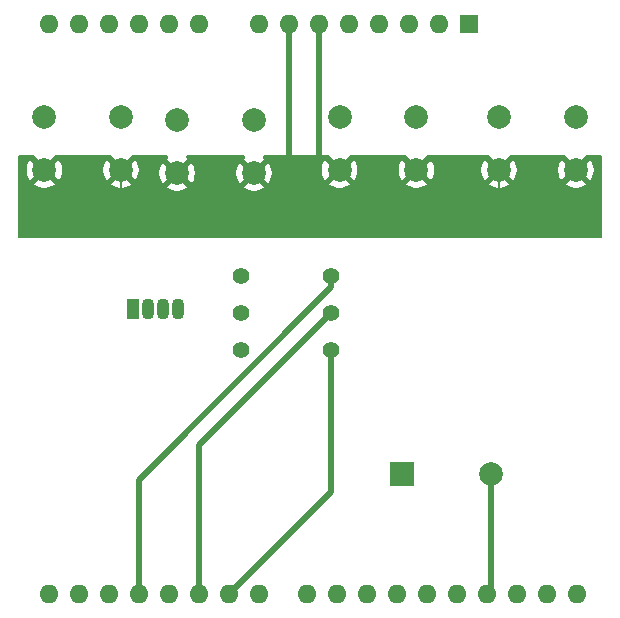
<source format=gbr>
%TF.GenerationSoftware,KiCad,Pcbnew,9.0.2*%
%TF.CreationDate,2025-07-07T10:10:20-04:00*%
%TF.ProjectId,jukebox,6a756b65-626f-4782-9e6b-696361645f70,rev?*%
%TF.SameCoordinates,Original*%
%TF.FileFunction,Copper,L2,Bot*%
%TF.FilePolarity,Positive*%
%FSLAX46Y46*%
G04 Gerber Fmt 4.6, Leading zero omitted, Abs format (unit mm)*
G04 Created by KiCad (PCBNEW 9.0.2) date 2025-07-07 10:10:20*
%MOMM*%
%LPD*%
G01*
G04 APERTURE LIST*
%TA.AperFunction,ComponentPad*%
%ADD10O,1.600000X1.600000*%
%TD*%
%TA.AperFunction,ComponentPad*%
%ADD11R,1.600000X1.600000*%
%TD*%
%TA.AperFunction,ComponentPad*%
%ADD12C,2.000000*%
%TD*%
%TA.AperFunction,ComponentPad*%
%ADD13C,1.400000*%
%TD*%
%TA.AperFunction,ComponentPad*%
%ADD14R,2.000000X2.000000*%
%TD*%
%TA.AperFunction,ComponentPad*%
%ADD15R,1.070000X1.800000*%
%TD*%
%TA.AperFunction,ComponentPad*%
%ADD16O,1.070000X1.800000*%
%TD*%
%TA.AperFunction,Conductor*%
%ADD17C,0.500000*%
%TD*%
%TA.AperFunction,Conductor*%
%ADD18C,0.200000*%
%TD*%
G04 APERTURE END LIST*
D10*
%TO.P,A1,32,SCL/A5*%
%TO.N,unconnected-(A1-SCL{slash}A5-Pad32)*%
X148315000Y-89130000D03*
%TO.P,A1,31,SDA/A4*%
%TO.N,unconnected-(A1-SDA{slash}A4-Pad31)*%
X145775000Y-89130000D03*
%TO.P,A1,30,AREF*%
%TO.N,unconnected-(A1-AREF-Pad30)*%
X143235000Y-89130000D03*
%TO.P,A1,29,GND*%
%TO.N,/GND*%
X140695000Y-89130000D03*
%TO.P,A1,28,D13*%
%TO.N,/D13*%
X138155000Y-89130000D03*
%TO.P,A1,27,D12*%
%TO.N,unconnected-(A1-D12-Pad27)*%
X135615000Y-89130000D03*
%TO.P,A1,26,D11*%
%TO.N,/D11*%
X133075000Y-89130000D03*
%TO.P,A1,25,D10*%
%TO.N,/D10*%
X130535000Y-89130000D03*
%TO.P,A1,24,D9*%
%TO.N,unconnected-(A1-D9-Pad24)*%
X127995000Y-89130000D03*
%TO.P,A1,23,D8*%
%TO.N,unconnected-(A1-D8-Pad23)*%
X125455000Y-89130000D03*
%TO.P,A1,22,D7*%
%TO.N,Net-(A1-A1)*%
X121395000Y-89130000D03*
%TO.P,A1,21,D6*%
%TO.N,/D6*%
X118855000Y-89130000D03*
%TO.P,A1,20,D5*%
%TO.N,/D5*%
X116315000Y-89130000D03*
%TO.P,A1,19,D4*%
%TO.N,unconnected-(A1-D4-Pad19)*%
X113775000Y-89130000D03*
%TO.P,A1,18,D3*%
%TO.N,/D3*%
X111235000Y-89130000D03*
%TO.P,A1,17,D2*%
%TO.N,/D2*%
X108695000Y-89130000D03*
%TO.P,A1,16,D1/TX*%
%TO.N,unconnected-(A1-D1{slash}TX-Pad16)*%
X106155000Y-89130000D03*
%TO.P,A1,15,D0/RX*%
%TO.N,unconnected-(A1-D0{slash}RX-Pad15)*%
X103615000Y-89130000D03*
%TO.P,A1,14,SCL/A5*%
%TO.N,unconnected-(A1-SCL{slash}A5-Pad14)*%
X103615000Y-40870000D03*
%TO.P,A1,13,SDA/A4*%
%TO.N,unconnected-(A1-SDA{slash}A4-Pad13)*%
X106155000Y-40870000D03*
%TO.P,A1,12,A3*%
%TO.N,unconnected-(A1-A3-Pad12)*%
X108695000Y-40870000D03*
%TO.P,A1,11,A2*%
%TO.N,unconnected-(A1-A2-Pad11)*%
X111235000Y-40870000D03*
%TO.P,A1,10,A1*%
%TO.N,Net-(A1-A1)*%
X113775000Y-40870000D03*
%TO.P,A1,9,A0*%
%TO.N,unconnected-(A1-A0-Pad9)*%
X116315000Y-40870000D03*
%TO.P,A1,8,VIN*%
%TO.N,unconnected-(A1-VIN-Pad8)*%
X121395000Y-40870000D03*
%TO.P,A1,7,GND*%
%TO.N,/GND*%
X123935000Y-40870000D03*
%TO.P,A1,6,GND*%
X126475000Y-40870000D03*
%TO.P,A1,5,+5V*%
%TO.N,/VDD*%
X129015000Y-40870000D03*
%TO.P,A1,4,3V3*%
%TO.N,unconnected-(A1-3V3-Pad4)*%
X131555000Y-40870000D03*
%TO.P,A1,3,~{RESET}*%
%TO.N,unconnected-(A1-~{RESET}-Pad3)*%
X134095000Y-40870000D03*
%TO.P,A1,2,IOREF*%
%TO.N,unconnected-(A1-IOREF-Pad2)*%
X136635000Y-40870000D03*
D11*
%TO.P,A1,1,NC*%
%TO.N,unconnected-(A1-NC-Pad1)*%
X139175000Y-40870000D03*
%TD*%
D12*
%TO.P,SW3,1,1*%
%TO.N,/D7*%
X114500000Y-49000000D03*
X121000000Y-49000000D03*
%TO.P,SW3,2,2*%
%TO.N,/GND*%
X114500000Y-53500000D03*
X121000000Y-53500000D03*
%TD*%
%TO.P,SW2,1,1*%
%TO.N,/D10*%
X128250000Y-48750000D03*
X134750000Y-48750000D03*
%TO.P,SW2,2,2*%
%TO.N,/GND*%
X128250000Y-53250000D03*
X134750000Y-53250000D03*
%TD*%
%TO.P,SW4,1,1*%
%TO.N,/D2*%
X103250000Y-48750000D03*
X109750000Y-48750000D03*
%TO.P,SW4,2,2*%
%TO.N,/GND*%
X103250000Y-53250000D03*
X109750000Y-53250000D03*
%TD*%
D13*
%TO.P,R4,1*%
%TO.N,/D6*%
X127500000Y-68500000D03*
%TO.P,R4,2*%
%TO.N,Net-(D1-RA)*%
X119880000Y-68500000D03*
%TD*%
%TO.P,R6,1*%
%TO.N,/D3*%
X127500000Y-62200000D03*
%TO.P,R6,2*%
%TO.N,Net-(D1-BA)*%
X119880000Y-62200000D03*
%TD*%
%TO.P,R5,1*%
%TO.N,/D5*%
X127500000Y-65350000D03*
%TO.P,R5,2*%
%TO.N,Net-(D1-GA)*%
X119880000Y-65350000D03*
%TD*%
D14*
%TO.P,BZ1,1,+*%
%TO.N,/D11*%
X133500000Y-79000000D03*
D12*
%TO.P,BZ1,2,-*%
%TO.N,/GND*%
X141100000Y-79000000D03*
%TD*%
%TO.P,SW1,1,1*%
%TO.N,/D13*%
X141750000Y-48750000D03*
X148250000Y-48750000D03*
%TO.P,SW1,2,2*%
%TO.N,/GND*%
X141750000Y-53250000D03*
X148250000Y-53250000D03*
%TD*%
D15*
%TO.P,D1,1,RA*%
%TO.N,Net-(D1-RA)*%
X110730000Y-65000000D03*
D16*
%TO.P,D1,2,K*%
%TO.N,/GND*%
X112000000Y-65000000D03*
%TO.P,D1,3,GA*%
%TO.N,Net-(D1-GA)*%
X113270000Y-65000000D03*
%TO.P,D1,4,BA*%
%TO.N,Net-(D1-BA)*%
X114540000Y-65000000D03*
%TD*%
D17*
%TO.N,/GND*%
X126500000Y-51500000D02*
X126500000Y-54500000D01*
X126475000Y-51475000D02*
X126500000Y-51500000D01*
X123935000Y-53935000D02*
X124000000Y-54000000D01*
X123935000Y-50000000D02*
X123935000Y-50565000D01*
X123935000Y-50000000D02*
X123935000Y-53935000D01*
X123935000Y-40870000D02*
X123935000Y-50000000D01*
X126475000Y-40870000D02*
X126475000Y-51475000D01*
X141100000Y-88725000D02*
X140695000Y-89130000D01*
X141100000Y-79000000D02*
X141100000Y-88725000D01*
D18*
X109750000Y-55250000D02*
X109500000Y-55500000D01*
X109750000Y-53250000D02*
X109750000Y-55250000D01*
X120000000Y-54500000D02*
X120000000Y-55500000D01*
X121000000Y-53500000D02*
X120000000Y-54500000D01*
X141750000Y-54750000D02*
X140695000Y-55805000D01*
X141750000Y-53250000D02*
X141750000Y-54750000D01*
X134750000Y-53250000D02*
X136500000Y-55000000D01*
D17*
%TO.N,/D3*%
X127500000Y-63189949D02*
X111235000Y-79454949D01*
X111235000Y-79454949D02*
X111235000Y-89130000D01*
X127500000Y-62200000D02*
X127500000Y-63189949D01*
%TO.N,/D5*%
X127500000Y-65350000D02*
X116315000Y-76535000D01*
X116315000Y-76535000D02*
X116315000Y-89130000D01*
%TO.N,/D6*%
X127500000Y-68500000D02*
X127500000Y-80485000D01*
X127500000Y-80485000D02*
X118855000Y-89130000D01*
%TD*%
%TA.AperFunction,Conductor*%
%TO.N,/GND*%
G36*
X102361874Y-52008320D02*
G01*
X103079766Y-52726212D01*
X103037708Y-52737482D01*
X102912292Y-52809890D01*
X102809890Y-52912292D01*
X102737482Y-53037708D01*
X102726212Y-53079766D01*
X102027340Y-52380894D01*
X101967084Y-52463830D01*
X101859897Y-52674197D01*
X101786934Y-52898752D01*
X101750000Y-53131947D01*
X101750000Y-53368052D01*
X101786934Y-53601247D01*
X101859897Y-53825802D01*
X101967087Y-54036174D01*
X102027338Y-54119104D01*
X102027340Y-54119105D01*
X102726212Y-53420233D01*
X102737482Y-53462292D01*
X102809890Y-53587708D01*
X102912292Y-53690110D01*
X103037708Y-53762518D01*
X103079765Y-53773787D01*
X102380893Y-54472658D01*
X102463828Y-54532914D01*
X102674197Y-54640102D01*
X102898752Y-54713065D01*
X102898751Y-54713065D01*
X103131948Y-54750000D01*
X103368052Y-54750000D01*
X103601247Y-54713065D01*
X103825802Y-54640102D01*
X104036163Y-54532918D01*
X104036169Y-54532914D01*
X104119104Y-54472658D01*
X104119105Y-54472658D01*
X103420233Y-53773787D01*
X103462292Y-53762518D01*
X103587708Y-53690110D01*
X103690110Y-53587708D01*
X103762518Y-53462292D01*
X103773787Y-53420234D01*
X104472658Y-54119105D01*
X104472658Y-54119104D01*
X104532914Y-54036169D01*
X104532918Y-54036163D01*
X104640102Y-53825802D01*
X104713065Y-53601247D01*
X104750000Y-53368052D01*
X104750000Y-53131947D01*
X104713065Y-52898752D01*
X104640102Y-52674197D01*
X104532914Y-52463828D01*
X104472658Y-52380894D01*
X104472658Y-52380893D01*
X103773787Y-53079765D01*
X103762518Y-53037708D01*
X103690110Y-52912292D01*
X103587708Y-52809890D01*
X103462292Y-52737482D01*
X103420234Y-52726212D01*
X104138126Y-52008320D01*
X104153363Y-52000000D01*
X108848928Y-52000000D01*
X108861874Y-52008320D01*
X109579766Y-52726212D01*
X109537708Y-52737482D01*
X109412292Y-52809890D01*
X109309890Y-52912292D01*
X109237482Y-53037708D01*
X109226212Y-53079766D01*
X108527340Y-52380894D01*
X108467084Y-52463830D01*
X108359897Y-52674197D01*
X108286934Y-52898752D01*
X108250000Y-53131947D01*
X108250000Y-53368052D01*
X108286934Y-53601247D01*
X108359897Y-53825802D01*
X108467087Y-54036174D01*
X108527338Y-54119104D01*
X108527340Y-54119105D01*
X109226212Y-53420233D01*
X109237482Y-53462292D01*
X109309890Y-53587708D01*
X109412292Y-53690110D01*
X109537708Y-53762518D01*
X109579765Y-53773787D01*
X108880893Y-54472658D01*
X108963828Y-54532914D01*
X109174197Y-54640102D01*
X109398752Y-54713065D01*
X109398751Y-54713065D01*
X109631948Y-54750000D01*
X109868052Y-54750000D01*
X110101247Y-54713065D01*
X110325802Y-54640102D01*
X110473369Y-54564914D01*
X110536163Y-54532918D01*
X110536169Y-54532914D01*
X110619104Y-54472658D01*
X110619105Y-54472658D01*
X109920233Y-53773787D01*
X109962292Y-53762518D01*
X110087708Y-53690110D01*
X110190110Y-53587708D01*
X110262518Y-53462292D01*
X110273787Y-53420233D01*
X110972658Y-54119105D01*
X110972658Y-54119104D01*
X111032914Y-54036169D01*
X111032918Y-54036163D01*
X111140102Y-53825802D01*
X111213065Y-53601247D01*
X111249998Y-53368061D01*
X111250000Y-53368042D01*
X111250000Y-53131947D01*
X111213065Y-52898752D01*
X111140102Y-52674197D01*
X111032914Y-52463828D01*
X110972658Y-52380894D01*
X110972658Y-52380893D01*
X110273787Y-53079765D01*
X110262518Y-53037708D01*
X110190110Y-52912292D01*
X110087708Y-52809890D01*
X109962292Y-52737482D01*
X109920234Y-52726212D01*
X110638126Y-52008320D01*
X110653363Y-52000000D01*
X110805168Y-52000000D01*
X113630988Y-52000000D01*
X113698027Y-52019685D01*
X113743782Y-52072489D01*
X113753726Y-52141647D01*
X113724701Y-52205203D01*
X113703873Y-52224318D01*
X113630894Y-52277339D01*
X113630894Y-52277340D01*
X114329766Y-52976212D01*
X114287708Y-52987482D01*
X114162292Y-53059890D01*
X114059890Y-53162292D01*
X113987482Y-53287708D01*
X113976212Y-53329766D01*
X113277340Y-52630894D01*
X113217084Y-52713830D01*
X113109897Y-52924197D01*
X113036934Y-53148752D01*
X113000000Y-53381947D01*
X113000000Y-53618052D01*
X113036934Y-53851247D01*
X113109897Y-54075802D01*
X113217087Y-54286174D01*
X113277338Y-54369104D01*
X113277340Y-54369105D01*
X113976212Y-53670233D01*
X113987482Y-53712292D01*
X114059890Y-53837708D01*
X114162292Y-53940110D01*
X114287708Y-54012518D01*
X114329765Y-54023787D01*
X113630893Y-54722658D01*
X113713828Y-54782914D01*
X113924197Y-54890102D01*
X114148752Y-54963065D01*
X114148751Y-54963065D01*
X114381948Y-55000000D01*
X114618052Y-55000000D01*
X114851247Y-54963065D01*
X115075802Y-54890102D01*
X115286163Y-54782918D01*
X115286169Y-54782914D01*
X115369104Y-54722658D01*
X115369105Y-54722658D01*
X114670233Y-54023787D01*
X114712292Y-54012518D01*
X114837708Y-53940110D01*
X114940110Y-53837708D01*
X115012518Y-53712292D01*
X115023787Y-53670234D01*
X115722658Y-54369105D01*
X115722658Y-54369104D01*
X115782914Y-54286169D01*
X115782918Y-54286163D01*
X115890102Y-54075802D01*
X115963065Y-53851247D01*
X116000000Y-53618052D01*
X116000000Y-53381947D01*
X115963065Y-53148752D01*
X115890102Y-52924197D01*
X115782914Y-52713828D01*
X115722658Y-52630894D01*
X115722658Y-52630893D01*
X115023787Y-53329765D01*
X115012518Y-53287708D01*
X114940110Y-53162292D01*
X114837708Y-53059890D01*
X114712292Y-52987482D01*
X114670234Y-52976212D01*
X115369105Y-52277340D01*
X115369104Y-52277339D01*
X115296127Y-52224318D01*
X115253461Y-52168989D01*
X115247482Y-52099375D01*
X115280087Y-52037580D01*
X115340926Y-52003223D01*
X115369012Y-52000000D01*
X120130988Y-52000000D01*
X120198027Y-52019685D01*
X120243782Y-52072489D01*
X120253726Y-52141647D01*
X120224701Y-52205203D01*
X120203873Y-52224318D01*
X120130894Y-52277339D01*
X120130894Y-52277340D01*
X120829766Y-52976212D01*
X120787708Y-52987482D01*
X120662292Y-53059890D01*
X120559890Y-53162292D01*
X120487482Y-53287708D01*
X120476212Y-53329766D01*
X119777340Y-52630894D01*
X119717084Y-52713830D01*
X119609897Y-52924197D01*
X119536934Y-53148752D01*
X119500000Y-53381947D01*
X119500000Y-53618052D01*
X119536934Y-53851247D01*
X119609897Y-54075802D01*
X119717087Y-54286174D01*
X119777338Y-54369104D01*
X119777340Y-54369105D01*
X120476212Y-53670233D01*
X120487482Y-53712292D01*
X120559890Y-53837708D01*
X120662292Y-53940110D01*
X120787708Y-54012518D01*
X120829765Y-54023787D01*
X120130893Y-54722658D01*
X120213828Y-54782914D01*
X120424197Y-54890102D01*
X120648752Y-54963065D01*
X120648751Y-54963065D01*
X120881948Y-55000000D01*
X121118052Y-55000000D01*
X121351247Y-54963065D01*
X121575802Y-54890102D01*
X121786163Y-54782918D01*
X121786169Y-54782914D01*
X121869104Y-54722658D01*
X121869105Y-54722658D01*
X121170233Y-54023787D01*
X121212292Y-54012518D01*
X121337708Y-53940110D01*
X121440110Y-53837708D01*
X121512518Y-53712292D01*
X121523787Y-53670234D01*
X122222658Y-54369105D01*
X122222659Y-54369104D01*
X122234713Y-54352514D01*
X122234713Y-54352513D01*
X122282914Y-54286169D01*
X122282918Y-54286163D01*
X122390102Y-54075802D01*
X122463065Y-53851247D01*
X122500000Y-53618052D01*
X122500000Y-53381947D01*
X122463066Y-53148756D01*
X122463065Y-53148752D01*
X122390102Y-52924197D01*
X122282914Y-52713828D01*
X122222658Y-52630894D01*
X122222658Y-52630893D01*
X121523787Y-53329765D01*
X121512518Y-53287708D01*
X121440110Y-53162292D01*
X121337708Y-53059890D01*
X121212292Y-52987482D01*
X121170234Y-52976212D01*
X121869105Y-52277340D01*
X121869104Y-52277339D01*
X121796127Y-52224318D01*
X121753461Y-52168989D01*
X121747482Y-52099375D01*
X121780087Y-52037580D01*
X121840926Y-52003223D01*
X121869012Y-52000000D01*
X127194832Y-52000000D01*
X127348928Y-52000000D01*
X127361874Y-52008320D01*
X128079766Y-52726212D01*
X128037708Y-52737482D01*
X127912292Y-52809890D01*
X127809890Y-52912292D01*
X127737482Y-53037708D01*
X127726212Y-53079766D01*
X127027340Y-52380894D01*
X126967084Y-52463830D01*
X126859897Y-52674197D01*
X126786934Y-52898752D01*
X126750000Y-53131947D01*
X126750000Y-53368052D01*
X126786934Y-53601247D01*
X126859897Y-53825802D01*
X126967087Y-54036174D01*
X127027338Y-54119104D01*
X127027340Y-54119105D01*
X127726212Y-53420233D01*
X127737482Y-53462292D01*
X127809890Y-53587708D01*
X127912292Y-53690110D01*
X128037708Y-53762518D01*
X128079765Y-53773787D01*
X127380893Y-54472658D01*
X127463828Y-54532914D01*
X127674197Y-54640102D01*
X127898752Y-54713065D01*
X127898751Y-54713065D01*
X128131948Y-54750000D01*
X128368052Y-54750000D01*
X128601247Y-54713065D01*
X128825802Y-54640102D01*
X129036163Y-54532918D01*
X129036169Y-54532914D01*
X129119104Y-54472658D01*
X129119105Y-54472658D01*
X128420233Y-53773787D01*
X128462292Y-53762518D01*
X128587708Y-53690110D01*
X128690110Y-53587708D01*
X128762518Y-53462292D01*
X128773787Y-53420234D01*
X129472658Y-54119105D01*
X129472658Y-54119104D01*
X129532914Y-54036169D01*
X129532918Y-54036163D01*
X129640102Y-53825802D01*
X129713065Y-53601247D01*
X129750000Y-53368052D01*
X129750000Y-53131947D01*
X129713065Y-52898752D01*
X129640102Y-52674197D01*
X129532914Y-52463828D01*
X129472658Y-52380894D01*
X129472658Y-52380893D01*
X128773787Y-53079765D01*
X128762518Y-53037708D01*
X128690110Y-52912292D01*
X128587708Y-52809890D01*
X128462292Y-52737482D01*
X128420234Y-52726212D01*
X129138126Y-52008320D01*
X129153363Y-52000000D01*
X133848928Y-52000000D01*
X133861874Y-52008320D01*
X134579766Y-52726212D01*
X134537708Y-52737482D01*
X134412292Y-52809890D01*
X134309890Y-52912292D01*
X134237482Y-53037708D01*
X134226212Y-53079766D01*
X133527340Y-52380894D01*
X133467084Y-52463830D01*
X133359897Y-52674197D01*
X133286934Y-52898752D01*
X133250000Y-53131947D01*
X133250000Y-53368052D01*
X133286934Y-53601247D01*
X133359897Y-53825802D01*
X133467087Y-54036174D01*
X133527338Y-54119104D01*
X133527340Y-54119105D01*
X134226212Y-53420233D01*
X134237482Y-53462292D01*
X134309890Y-53587708D01*
X134412292Y-53690110D01*
X134537708Y-53762518D01*
X134579765Y-53773787D01*
X133880893Y-54472658D01*
X133963828Y-54532914D01*
X134174197Y-54640102D01*
X134398752Y-54713065D01*
X134398751Y-54713065D01*
X134631948Y-54750000D01*
X134868052Y-54750000D01*
X135101247Y-54713065D01*
X135325802Y-54640102D01*
X135536163Y-54532918D01*
X135536169Y-54532914D01*
X135619104Y-54472658D01*
X135619105Y-54472658D01*
X134920233Y-53773787D01*
X134962292Y-53762518D01*
X135087708Y-53690110D01*
X135190110Y-53587708D01*
X135262518Y-53462292D01*
X135273787Y-53420234D01*
X135972658Y-54119105D01*
X135972658Y-54119104D01*
X136032914Y-54036169D01*
X136032918Y-54036163D01*
X136140102Y-53825802D01*
X136213065Y-53601247D01*
X136250000Y-53368052D01*
X136250000Y-53131947D01*
X136213065Y-52898752D01*
X136140102Y-52674197D01*
X136032914Y-52463828D01*
X135972658Y-52380894D01*
X135972658Y-52380893D01*
X135273787Y-53079765D01*
X135262518Y-53037708D01*
X135190110Y-52912292D01*
X135087708Y-52809890D01*
X134962292Y-52737482D01*
X134920234Y-52726212D01*
X135638126Y-52008320D01*
X135653363Y-52000000D01*
X140848928Y-52000000D01*
X140861874Y-52008320D01*
X141579766Y-52726212D01*
X141537708Y-52737482D01*
X141412292Y-52809890D01*
X141309890Y-52912292D01*
X141237482Y-53037708D01*
X141226212Y-53079766D01*
X140527340Y-52380894D01*
X140467084Y-52463830D01*
X140359897Y-52674197D01*
X140286934Y-52898752D01*
X140250000Y-53131947D01*
X140250000Y-53368052D01*
X140286934Y-53601247D01*
X140359897Y-53825802D01*
X140467087Y-54036174D01*
X140527338Y-54119104D01*
X140527340Y-54119105D01*
X141226212Y-53420233D01*
X141237482Y-53462292D01*
X141309890Y-53587708D01*
X141412292Y-53690110D01*
X141537708Y-53762518D01*
X141579765Y-53773787D01*
X140880893Y-54472658D01*
X140963828Y-54532914D01*
X141174197Y-54640102D01*
X141398752Y-54713065D01*
X141398751Y-54713065D01*
X141631948Y-54750000D01*
X141868052Y-54750000D01*
X142101247Y-54713065D01*
X142325802Y-54640102D01*
X142536163Y-54532918D01*
X142536169Y-54532914D01*
X142619104Y-54472658D01*
X142619105Y-54472658D01*
X141920233Y-53773787D01*
X141962292Y-53762518D01*
X142087708Y-53690110D01*
X142190110Y-53587708D01*
X142262518Y-53462292D01*
X142273787Y-53420234D01*
X142972658Y-54119105D01*
X142972658Y-54119104D01*
X143032914Y-54036169D01*
X143032918Y-54036163D01*
X143140102Y-53825802D01*
X143213065Y-53601247D01*
X143250000Y-53368052D01*
X143250000Y-53131947D01*
X143213065Y-52898752D01*
X143140102Y-52674197D01*
X143032914Y-52463828D01*
X142972658Y-52380894D01*
X142972658Y-52380893D01*
X142273787Y-53079765D01*
X142262518Y-53037708D01*
X142190110Y-52912292D01*
X142087708Y-52809890D01*
X141962292Y-52737482D01*
X141920234Y-52726212D01*
X142638126Y-52008320D01*
X142653363Y-52000000D01*
X147348928Y-52000000D01*
X147361874Y-52008320D01*
X148079766Y-52726212D01*
X148037708Y-52737482D01*
X147912292Y-52809890D01*
X147809890Y-52912292D01*
X147737482Y-53037708D01*
X147726212Y-53079766D01*
X147027340Y-52380894D01*
X146967084Y-52463830D01*
X146859897Y-52674197D01*
X146786934Y-52898752D01*
X146750000Y-53131947D01*
X146750000Y-53368052D01*
X146786934Y-53601247D01*
X146859897Y-53825802D01*
X146967087Y-54036174D01*
X147027338Y-54119104D01*
X147027340Y-54119105D01*
X147726212Y-53420233D01*
X147737482Y-53462292D01*
X147809890Y-53587708D01*
X147912292Y-53690110D01*
X148037708Y-53762518D01*
X148079765Y-53773787D01*
X147380893Y-54472658D01*
X147463828Y-54532914D01*
X147674197Y-54640102D01*
X147898752Y-54713065D01*
X147898751Y-54713065D01*
X148131948Y-54750000D01*
X148368052Y-54750000D01*
X148601247Y-54713065D01*
X148825802Y-54640102D01*
X149036163Y-54532918D01*
X149036169Y-54532914D01*
X149119104Y-54472658D01*
X149119105Y-54472658D01*
X148420233Y-53773787D01*
X148462292Y-53762518D01*
X148587708Y-53690110D01*
X148690110Y-53587708D01*
X148762518Y-53462292D01*
X148773787Y-53420234D01*
X149472658Y-54119105D01*
X149472658Y-54119104D01*
X149532914Y-54036169D01*
X149532918Y-54036163D01*
X149640102Y-53825802D01*
X149713065Y-53601247D01*
X149750000Y-53368052D01*
X149750000Y-53131947D01*
X149713065Y-52898752D01*
X149640102Y-52674197D01*
X149532914Y-52463828D01*
X149472658Y-52380894D01*
X149472658Y-52380893D01*
X148773787Y-53079765D01*
X148762518Y-53037708D01*
X148690110Y-52912292D01*
X148587708Y-52809890D01*
X148462292Y-52737482D01*
X148420234Y-52726212D01*
X149138126Y-52008320D01*
X149153363Y-52000000D01*
X149305168Y-52000000D01*
X150376000Y-52000000D01*
X150443039Y-52019685D01*
X150488794Y-52072489D01*
X150500000Y-52124000D01*
X150500000Y-58876000D01*
X150480315Y-58943039D01*
X150427511Y-58988794D01*
X150376000Y-59000000D01*
X101124000Y-59000000D01*
X101056961Y-58980315D01*
X101011206Y-58927511D01*
X101000000Y-58876000D01*
X101000000Y-52124000D01*
X101019685Y-52056961D01*
X101072489Y-52011206D01*
X101124000Y-52000000D01*
X102194832Y-52000000D01*
X102348928Y-52000000D01*
X102361874Y-52008320D01*
G37*
%TD.AperFunction*%
%TD*%
M02*

</source>
